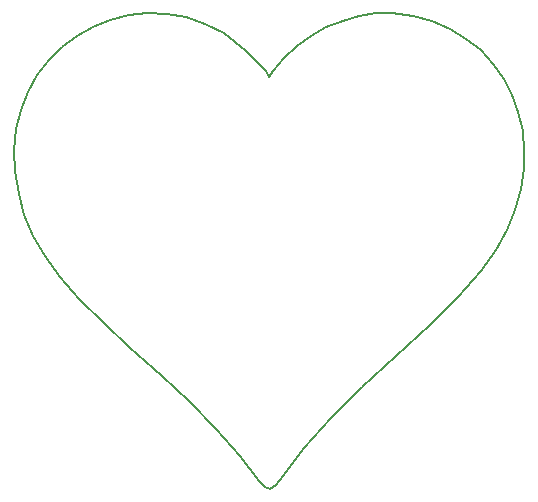
<source format=gbr>
G04 #@! TF.GenerationSoftware,KiCad,Pcbnew,(5.1.5)-3*
G04 #@! TF.CreationDate,2020-10-24T11:26:36-07:00*
G04 #@! TF.ProjectId,xmas_heart_2020,786d6173-5f68-4656-9172-745f32303230,rev?*
G04 #@! TF.SameCoordinates,Original*
G04 #@! TF.FileFunction,Profile,NP*
%FSLAX46Y46*%
G04 Gerber Fmt 4.6, Leading zero omitted, Abs format (unit mm)*
G04 Created by KiCad (PCBNEW (5.1.5)-3) date 2020-10-24 11:26:36*
%MOMM*%
%LPD*%
G04 APERTURE LIST*
%ADD10C,0.200000*%
G04 APERTURE END LIST*
D10*
X102642787Y-55489251D02*
X100584966Y-53162066D01*
X96008403Y-48656745D02*
X93262943Y-46234485D01*
X98297048Y-50802101D02*
X96008403Y-48656745D01*
X100584966Y-53162066D02*
X98297048Y-50802101D01*
X104241143Y-57536265D02*
X102642787Y-55489251D01*
X125951277Y-34593525D02*
X125260948Y-36301281D01*
X121791519Y-20114875D02*
X123003363Y-21102061D01*
X118682624Y-44397297D02*
X115876799Y-46947965D01*
X124340329Y-37990145D02*
X123008062Y-39819244D01*
X121090937Y-41988009D02*
X118682624Y-44397297D01*
X123003363Y-21102061D02*
X124057777Y-22235717D01*
X106269949Y-57108665D02*
X105644358Y-57911437D01*
X104241109Y-57536285D02*
X104241143Y-57536265D01*
X112720969Y-18190824D02*
X114131189Y-17975187D01*
X104730890Y-58103971D02*
X104241109Y-57536285D01*
X124947475Y-23499306D02*
X125665170Y-24876291D01*
X105164989Y-58236114D02*
X104730890Y-58103971D01*
X105644358Y-57911437D02*
X105164989Y-58236114D01*
X126203577Y-26350138D02*
X126555410Y-27904310D01*
X120429531Y-19290694D02*
X121791519Y-20114875D01*
X118924684Y-18646055D02*
X120429531Y-19290694D01*
X108048114Y-54812090D02*
X106269949Y-57108665D01*
X110332025Y-52257879D02*
X108048114Y-54812090D01*
X115876799Y-46947965D02*
X112986611Y-49588885D01*
X126670208Y-31187484D02*
X126418602Y-32883414D01*
X112986611Y-49588885D02*
X110332025Y-52257879D01*
X123008062Y-39819244D02*
X121090937Y-41988009D01*
X126713382Y-29522271D02*
X126670208Y-31187484D01*
X124057777Y-22235717D02*
X124947475Y-23499306D01*
X125260948Y-36301281D02*
X124340329Y-37990145D01*
X126418602Y-32883414D02*
X125951277Y-34593525D01*
X117284265Y-18197493D02*
X118924684Y-18646055D01*
X126555410Y-27904310D02*
X126713382Y-29522271D01*
X115515559Y-17961545D02*
X117284265Y-18197493D01*
X114131189Y-17975187D02*
X115515559Y-17961545D01*
X125665170Y-24876291D02*
X126203577Y-26350138D01*
X87388396Y-40313586D02*
X86108057Y-38552994D01*
X93199734Y-18127836D02*
X94790130Y-17956307D01*
X98058298Y-18305643D02*
X99697483Y-18851895D01*
X94790130Y-17956307D02*
X96416083Y-18011345D01*
X91664189Y-18513235D02*
X93199734Y-18127836D01*
X88834826Y-19874870D02*
X90202788Y-19099811D01*
X85484507Y-23203999D02*
X86456391Y-21939658D01*
X84683237Y-24606045D02*
X85484507Y-23203999D01*
X83877556Y-33260162D02*
X83570173Y-31337395D01*
X86108057Y-38552994D02*
X85116283Y-36821520D01*
X88987512Y-42149738D02*
X87388396Y-40313586D01*
X87579595Y-20825717D02*
X88834826Y-19874870D01*
X86456391Y-21939658D02*
X87579595Y-20825717D01*
X84071875Y-26133102D02*
X84683237Y-24606045D01*
X83496049Y-29511471D02*
X83669714Y-27772475D01*
X83570173Y-31337395D02*
X83496049Y-29511471D01*
X85116283Y-36821520D02*
X84382854Y-35072723D01*
X84382854Y-35072723D02*
X83877556Y-33260162D01*
X90202788Y-19099811D02*
X91664189Y-18513235D01*
X108639846Y-19900859D02*
X109944834Y-19168545D01*
X111315363Y-18593572D02*
X112720969Y-18190824D01*
X109944834Y-19168545D02*
X111315363Y-18593572D01*
X107430862Y-20775628D02*
X108639846Y-19900859D01*
X83669714Y-27772475D02*
X84071875Y-26133102D01*
X104800643Y-22892995D02*
X105111701Y-23326488D01*
X106348345Y-21777969D02*
X107430862Y-20775628D01*
X105422759Y-22892995D02*
X106348345Y-21777969D01*
X105111701Y-23326488D02*
X105422759Y-22892995D01*
X93262943Y-46234485D02*
X88987512Y-42149738D01*
X103144906Y-21153695D02*
X104800643Y-22892995D01*
X101314343Y-19662795D02*
X103144906Y-21153695D01*
X99697483Y-18851895D02*
X101314343Y-19662795D01*
X96416083Y-18011345D02*
X98058298Y-18305643D01*
M02*

</source>
